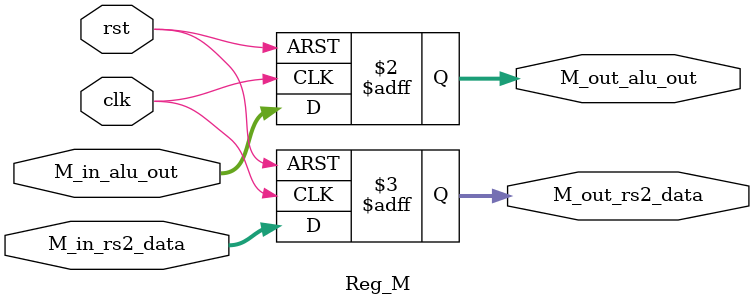
<source format=v>
module Reg_M(input wire clk,
             input wire rst,
             input wire [31:0] M_in_alu_out,
             input wire [31:0] M_in_rs2_data,
             output reg [31:0] M_out_alu_out,
             output reg [31:0] M_out_rs2_data);
    
    always@(posedge clk or posedge rst)
    begin
        if (rst)
        begin
            M_out_alu_out  <= 32'd0;
            M_out_rs2_data <= 32'd0;
        end
        else
        begin
            M_out_alu_out  <= M_in_alu_out;
            M_out_rs2_data <= M_in_rs2_data;
        end
    end
endmodule

</source>
